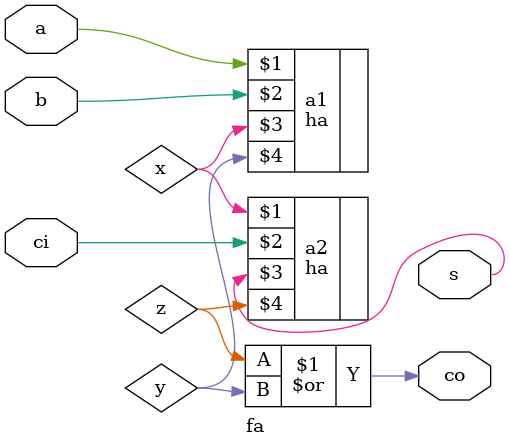
<source format=v>
`include "ha.v"
module fa(a,b,ci,s,co);
    input a,b,ci;
    output s,co;
    wire x,y,z;
    ha a1(a,b,x,y);
    ha a2(x,ci,s,z);
    or(co,z,y);
endmodule
</source>
